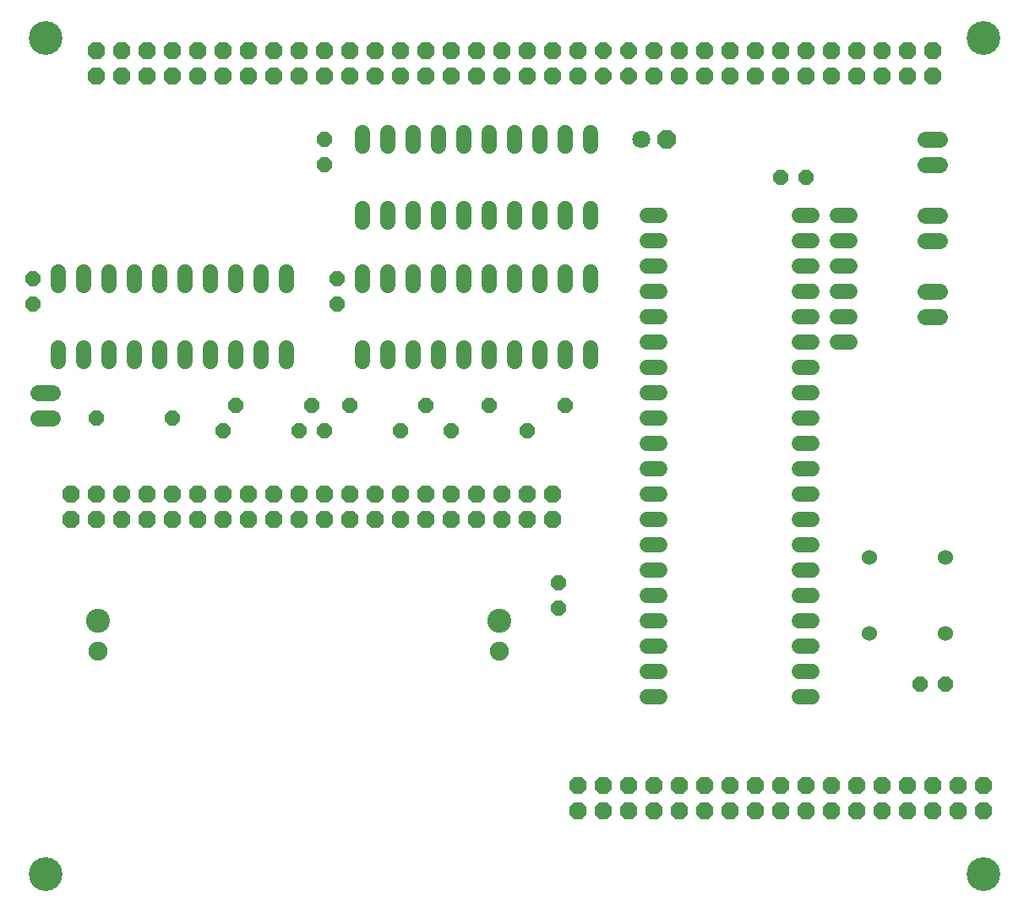
<source format=gbs>
G75*
%MOIN*%
%OFA0B0*%
%FSLAX24Y24*%
%IPPOS*%
%LPD*%
%AMOC8*
5,1,8,0,0,1.08239X$1,22.5*
%
%ADD10C,0.1330*%
%ADD11OC8,0.0680*%
%ADD12OC8,0.0600*%
%ADD13OC8,0.0640*%
%ADD14OC8,0.0710*%
%ADD15C,0.0710*%
%ADD16C,0.0749*%
%ADD17C,0.0946*%
%ADD18C,0.0600*%
%ADD19C,0.0640*%
%ADD20C,0.0600*%
D10*
X002180Y001680D03*
X039180Y001680D03*
X039180Y034680D03*
X002180Y034680D03*
D11*
X004180Y034180D03*
X005180Y034180D03*
X006180Y034180D03*
X006180Y033180D03*
X005180Y033180D03*
X004180Y033180D03*
X007180Y033180D03*
X008180Y033180D03*
X008180Y034180D03*
X007180Y034180D03*
X009180Y034180D03*
X010180Y034180D03*
X010180Y033180D03*
X009180Y033180D03*
X011180Y033180D03*
X012180Y033180D03*
X013180Y033180D03*
X013180Y034180D03*
X012180Y034180D03*
X011180Y034180D03*
X014180Y034180D03*
X015180Y034180D03*
X015180Y033180D03*
X014180Y033180D03*
X016180Y033180D03*
X017180Y033180D03*
X018180Y033180D03*
X018180Y034180D03*
X017180Y034180D03*
X016180Y034180D03*
X019180Y034180D03*
X020180Y034180D03*
X020180Y033180D03*
X019180Y033180D03*
X021180Y033180D03*
X022180Y033180D03*
X022180Y034180D03*
X021180Y034180D03*
X023180Y034180D03*
X023180Y033180D03*
X026180Y033180D03*
X027180Y033180D03*
X027180Y034180D03*
X026180Y034180D03*
X028180Y034180D03*
X029180Y034180D03*
X030180Y034180D03*
X030180Y033180D03*
X029180Y033180D03*
X028180Y033180D03*
X031180Y033180D03*
X032180Y033180D03*
X032180Y034180D03*
X031180Y034180D03*
X033180Y034180D03*
X034180Y034180D03*
X034180Y033180D03*
X033180Y033180D03*
X035180Y033180D03*
X036180Y033180D03*
X037180Y033180D03*
X037180Y034180D03*
X036180Y034180D03*
X035180Y034180D03*
X022180Y016680D03*
X022180Y015680D03*
X021180Y015680D03*
X021180Y016680D03*
X020180Y016680D03*
X020180Y015680D03*
X019180Y015680D03*
X019180Y016680D03*
X018180Y016680D03*
X018180Y015680D03*
X017180Y015680D03*
X017180Y016680D03*
X016180Y016680D03*
X016180Y015680D03*
X015180Y015680D03*
X015180Y016680D03*
X014180Y016680D03*
X014180Y015680D03*
X013180Y015680D03*
X013180Y016680D03*
X012180Y016680D03*
X012180Y015680D03*
X011180Y015680D03*
X011180Y016680D03*
X010180Y016680D03*
X010180Y015680D03*
X009180Y015680D03*
X009180Y016680D03*
X008180Y016680D03*
X008180Y015680D03*
X007180Y015680D03*
X007180Y016680D03*
X006180Y016680D03*
X006180Y015680D03*
X005180Y015680D03*
X005180Y016680D03*
X004180Y016680D03*
X004180Y015680D03*
X003180Y015680D03*
X003180Y016680D03*
X023180Y005180D03*
X024180Y005180D03*
X025180Y005180D03*
X025180Y004180D03*
X024180Y004180D03*
X023180Y004180D03*
X026180Y004180D03*
X027180Y004180D03*
X027180Y005180D03*
X026180Y005180D03*
X028180Y005180D03*
X029180Y005180D03*
X030180Y005180D03*
X030180Y004180D03*
X029180Y004180D03*
X028180Y004180D03*
X031180Y004180D03*
X032180Y004180D03*
X032180Y005180D03*
X031180Y005180D03*
X033180Y005180D03*
X034180Y005180D03*
X034180Y004180D03*
X033180Y004180D03*
X035180Y004180D03*
X036180Y004180D03*
X037180Y004180D03*
X037180Y005180D03*
X036180Y005180D03*
X035180Y005180D03*
X038180Y005180D03*
X039180Y005180D03*
X039180Y004180D03*
X038180Y004180D03*
D12*
X037680Y009180D03*
X036680Y009180D03*
X022430Y012180D03*
X022430Y013180D03*
X021180Y019180D03*
X022680Y020180D03*
X019680Y020180D03*
X018180Y019180D03*
X017180Y020180D03*
X016180Y019180D03*
X014180Y020180D03*
X013180Y019180D03*
X012180Y019180D03*
X012680Y020180D03*
X009680Y020180D03*
X009180Y019180D03*
X007180Y019680D03*
X004180Y019680D03*
X001680Y024180D03*
X001680Y025180D03*
X013180Y029680D03*
X013180Y030680D03*
X013680Y025180D03*
X013680Y024180D03*
X031180Y029180D03*
X032180Y029180D03*
D13*
X025180Y033180D03*
X024180Y033180D03*
X024180Y034180D03*
X025180Y034180D03*
D14*
X026680Y030680D03*
D15*
X025680Y030680D03*
D16*
X020086Y010499D03*
X004274Y010499D03*
D17*
X004274Y011680D03*
X020086Y011680D03*
D18*
X025920Y011680D02*
X026440Y011680D01*
X026440Y012680D02*
X025920Y012680D01*
X025920Y013680D02*
X026440Y013680D01*
X026440Y014680D02*
X025920Y014680D01*
X025920Y015680D02*
X026440Y015680D01*
X026440Y016680D02*
X025920Y016680D01*
X025920Y017680D02*
X026440Y017680D01*
X026440Y018680D02*
X025920Y018680D01*
X025920Y019680D02*
X026440Y019680D01*
X026440Y020680D02*
X025920Y020680D01*
X025920Y021680D02*
X026440Y021680D01*
X026440Y022680D02*
X025920Y022680D01*
X025920Y023680D02*
X026440Y023680D01*
X026440Y024680D02*
X025920Y024680D01*
X025920Y025680D02*
X026440Y025680D01*
X026440Y026680D02*
X025920Y026680D01*
X025920Y027680D02*
X026440Y027680D01*
X023680Y027420D02*
X023680Y027940D01*
X022680Y027940D02*
X022680Y027420D01*
X021680Y027420D02*
X021680Y027940D01*
X020680Y027940D02*
X020680Y027420D01*
X019680Y027420D02*
X019680Y027940D01*
X018680Y027940D02*
X018680Y027420D01*
X017680Y027420D02*
X017680Y027940D01*
X016680Y027940D02*
X016680Y027420D01*
X015680Y027420D02*
X015680Y027940D01*
X014680Y027940D02*
X014680Y027420D01*
X014680Y025440D02*
X014680Y024920D01*
X015680Y024920D02*
X015680Y025440D01*
X016680Y025440D02*
X016680Y024920D01*
X017680Y024920D02*
X017680Y025440D01*
X018680Y025440D02*
X018680Y024920D01*
X019680Y024920D02*
X019680Y025440D01*
X020680Y025440D02*
X020680Y024920D01*
X021680Y024920D02*
X021680Y025440D01*
X022680Y025440D02*
X022680Y024920D01*
X023680Y024920D02*
X023680Y025440D01*
X023680Y022440D02*
X023680Y021920D01*
X022680Y021920D02*
X022680Y022440D01*
X021680Y022440D02*
X021680Y021920D01*
X020680Y021920D02*
X020680Y022440D01*
X019680Y022440D02*
X019680Y021920D01*
X018680Y021920D02*
X018680Y022440D01*
X017680Y022440D02*
X017680Y021920D01*
X016680Y021920D02*
X016680Y022440D01*
X015680Y022440D02*
X015680Y021920D01*
X014680Y021920D02*
X014680Y022440D01*
X011680Y022440D02*
X011680Y021920D01*
X010680Y021920D02*
X010680Y022440D01*
X009680Y022440D02*
X009680Y021920D01*
X008680Y021920D02*
X008680Y022440D01*
X007680Y022440D02*
X007680Y021920D01*
X006680Y021920D02*
X006680Y022440D01*
X005680Y022440D02*
X005680Y021920D01*
X004680Y021920D02*
X004680Y022440D01*
X003680Y022440D02*
X003680Y021920D01*
X002680Y021920D02*
X002680Y022440D01*
X002680Y024920D02*
X002680Y025440D01*
X003680Y025440D02*
X003680Y024920D01*
X004680Y024920D02*
X004680Y025440D01*
X005680Y025440D02*
X005680Y024920D01*
X006680Y024920D02*
X006680Y025440D01*
X007680Y025440D02*
X007680Y024920D01*
X008680Y024920D02*
X008680Y025440D01*
X009680Y025440D02*
X009680Y024920D01*
X010680Y024920D02*
X010680Y025440D01*
X011680Y025440D02*
X011680Y024920D01*
X014680Y030420D02*
X014680Y030940D01*
X015680Y030940D02*
X015680Y030420D01*
X016680Y030420D02*
X016680Y030940D01*
X017680Y030940D02*
X017680Y030420D01*
X018680Y030420D02*
X018680Y030940D01*
X019680Y030940D02*
X019680Y030420D01*
X020680Y030420D02*
X020680Y030940D01*
X021680Y030940D02*
X021680Y030420D01*
X022680Y030420D02*
X022680Y030940D01*
X023680Y030940D02*
X023680Y030420D01*
X031920Y027680D02*
X032440Y027680D01*
X033420Y027680D02*
X033940Y027680D01*
X033940Y026680D02*
X033420Y026680D01*
X032440Y026680D02*
X031920Y026680D01*
X031920Y025680D02*
X032440Y025680D01*
X033420Y025680D02*
X033940Y025680D01*
X033940Y024680D02*
X033420Y024680D01*
X032440Y024680D02*
X031920Y024680D01*
X031920Y023680D02*
X032440Y023680D01*
X033420Y023680D02*
X033940Y023680D01*
X033940Y022680D02*
X033420Y022680D01*
X032440Y022680D02*
X031920Y022680D01*
X031920Y021680D02*
X032440Y021680D01*
X032440Y020680D02*
X031920Y020680D01*
X031920Y019680D02*
X032440Y019680D01*
X032440Y018680D02*
X031920Y018680D01*
X031920Y017680D02*
X032440Y017680D01*
X032440Y016680D02*
X031920Y016680D01*
X031920Y015680D02*
X032440Y015680D01*
X032440Y014680D02*
X031920Y014680D01*
X031920Y013680D02*
X032440Y013680D01*
X032440Y012680D02*
X031920Y012680D01*
X031920Y011680D02*
X032440Y011680D01*
X032440Y010680D02*
X031920Y010680D01*
X031920Y009680D02*
X032440Y009680D01*
X032440Y008680D02*
X031920Y008680D01*
X026440Y008680D02*
X025920Y008680D01*
X025920Y009680D02*
X026440Y009680D01*
X026440Y010680D02*
X025920Y010680D01*
D19*
X036900Y023680D02*
X037460Y023680D01*
X037460Y024680D02*
X036900Y024680D01*
X036900Y026680D02*
X037460Y026680D01*
X037460Y027680D02*
X036900Y027680D01*
X036900Y029680D02*
X037460Y029680D01*
X037460Y030680D02*
X036900Y030680D01*
X002460Y020680D02*
X001900Y020680D01*
X001900Y019680D02*
X002460Y019680D01*
D20*
X034680Y014180D03*
X034680Y011180D03*
X037680Y011180D03*
X037680Y014180D03*
M02*

</source>
